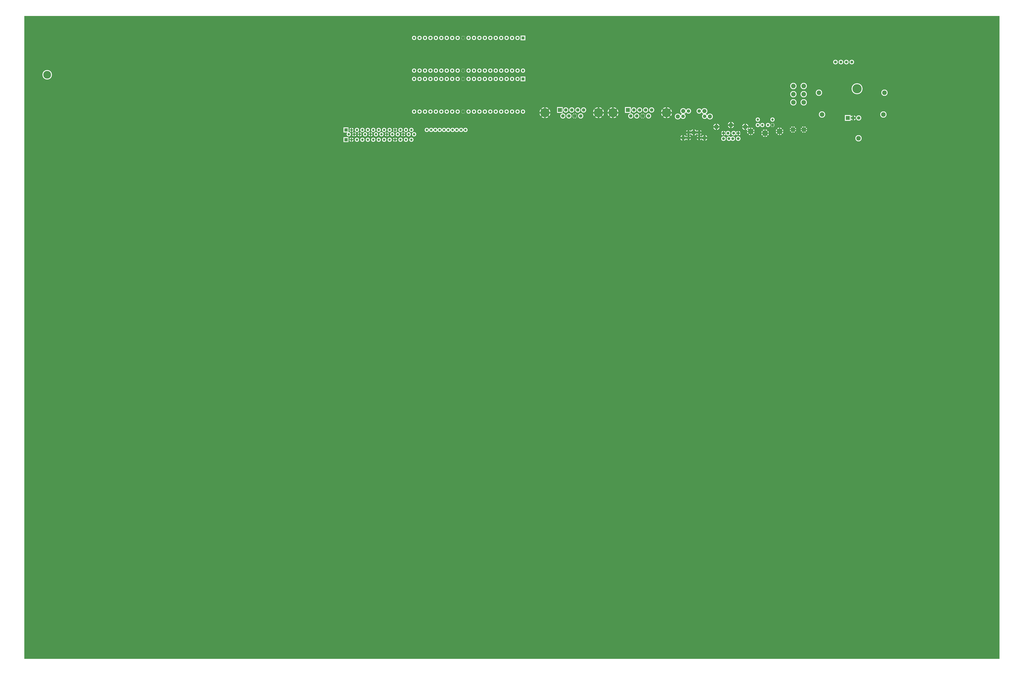
<source format=gbr>
%FSLAX34Y34*%
%MOMM*%
%LNCOPPER_INNER1*%
G71*
G01*
%ADD10C,2.420*%
%ADD11C,1.970*%
%ADD12C,2.419*%
%ADD13C,5.119*%
%ADD14C,2.421*%
%ADD15C,2.958*%
%ADD16C,2.960*%
%ADD17C,2.959*%
%ADD18C,1.967*%
%ADD19C,1.966*%
%ADD20C,3.498*%
%ADD21C,3.500*%
%ADD22C,2.743*%
%ADD23C,2.139*%
%ADD24C,5.119*%
%ADD25C,2.960*%
%ADD26C,2.959*%
%ADD27C,2.138*%
%ADD28C,2.140*%
%ADD29C,4.450*%
%ADD30C,2.960*%
%ADD31C,0.734*%
%ADD32C,0.495*%
%ADD33C,0.720*%
%ADD34C,0.502*%
%ADD35C,0.518*%
%ADD36C,0.350*%
%ADD37C,0.504*%
%ADD38C,0.495*%
%ADD39C,1.004*%
%ADD40C,0.998*%
%ADD41C,0.993*%
%ADD42C,1.001*%
%ADD43C,0.997*%
%ADD44C,0.720*%
%ADD45C,0.446*%
%ADD46C,0.446*%
%ADD47C,0.389*%
%ADD48C,1.620*%
%ADD49C,1.170*%
%ADD50C,1.619*%
%ADD51C,4.319*%
%ADD52C,1.621*%
%ADD53C,2.158*%
%ADD54C,2.160*%
%ADD55C,2.159*%
%ADD56C,1.167*%
%ADD57C,1.166*%
%ADD58C,2.698*%
%ADD59C,2.700*%
%ADD60C,1.943*%
%ADD61C,1.339*%
%ADD62C,4.319*%
%ADD63C,2.160*%
%ADD64C,2.159*%
%ADD65C,1.338*%
%ADD66C,1.340*%
%ADD67C,3.650*%
%ADD68C,2.160*%
%LPD*%
G36*
X0Y0D02*
X4550000Y0D01*
X4550000Y-3000012D01*
X0Y-3000012D01*
X0Y0D01*
G37*
%LPC*%
G36*
X3828182Y-462367D02*
X3855182Y-462367D01*
X3855182Y-489367D01*
X3828182Y-489367D01*
X3828182Y-462367D01*
G37*
X3892482Y-475867D02*
G54D10*
D03*
X3867078Y-475867D02*
G54D10*
D03*
X1818334Y-102638D02*
G54D11*
D03*
X1843736Y-102626D02*
G54D11*
D03*
X1869139Y-102626D02*
G54D11*
D03*
X1894523Y-102626D02*
G54D11*
D03*
X1919949Y-102638D02*
G54D11*
D03*
X1945351Y-102626D02*
G54D11*
D03*
X1970754Y-102626D02*
G54D11*
D03*
X1996138Y-102626D02*
G54D11*
D03*
X2021564Y-102638D02*
G54D11*
D03*
X2072348Y-102626D02*
G54D11*
D03*
X2097750Y-102614D02*
G54D11*
D03*
X2123162Y-102614D02*
G54D11*
D03*
X2148553Y-102614D02*
G54D11*
D03*
X2173988Y-102626D02*
G54D11*
D03*
X2199398Y-102614D02*
G54D11*
D03*
X2224808Y-102614D02*
G54D11*
D03*
X2250200Y-102614D02*
G54D11*
D03*
X2275634Y-102626D02*
G54D11*
D03*
X2046948Y-102626D02*
G54D11*
D03*
X2301036Y-102626D02*
G54D11*
D03*
G36*
X2315623Y-91788D02*
X2337323Y-91788D01*
X2337323Y-113488D01*
X2315623Y-113488D01*
X2315623Y-91788D01*
G37*
X1818334Y-255038D02*
G54D11*
D03*
X1843736Y-255026D02*
G54D11*
D03*
X1869139Y-255026D02*
G54D11*
D03*
X1894523Y-255026D02*
G54D11*
D03*
X1919949Y-255038D02*
G54D11*
D03*
X1945351Y-255026D02*
G54D11*
D03*
X1970754Y-255026D02*
G54D11*
D03*
X1996138Y-255026D02*
G54D11*
D03*
X2021564Y-255038D02*
G54D11*
D03*
X2072348Y-255026D02*
G54D11*
D03*
X2097750Y-255014D02*
G54D11*
D03*
X2123162Y-255014D02*
G54D11*
D03*
X2148553Y-255014D02*
G54D11*
D03*
X2173988Y-255026D02*
G54D11*
D03*
X2199398Y-255014D02*
G54D11*
D03*
X2224808Y-255014D02*
G54D11*
D03*
X2250200Y-255014D02*
G54D11*
D03*
X2275634Y-255026D02*
G54D11*
D03*
X2046948Y-255026D02*
G54D11*
D03*
X2301036Y-255026D02*
G54D11*
D03*
X2326473Y-255064D02*
G54D11*
D03*
X1818338Y-293485D02*
G54D11*
D03*
X1843741Y-293472D02*
G54D11*
D03*
X1869144Y-293473D02*
G54D11*
D03*
X1894527Y-293473D02*
G54D11*
D03*
X1919954Y-293485D02*
G54D11*
D03*
X1945356Y-293472D02*
G54D11*
D03*
X1970759Y-293473D02*
G54D11*
D03*
X1996142Y-293473D02*
G54D11*
D03*
X2021569Y-293485D02*
G54D11*
D03*
X2072353Y-293473D02*
G54D11*
D03*
X2097755Y-293460D02*
G54D11*
D03*
X2123166Y-293461D02*
G54D11*
D03*
X2148558Y-293461D02*
G54D11*
D03*
X2173992Y-293473D02*
G54D11*
D03*
X2199402Y-293460D02*
G54D11*
D03*
X2224813Y-293461D02*
G54D11*
D03*
X2250205Y-293461D02*
G54D11*
D03*
X2275640Y-293473D02*
G54D11*
D03*
X2046952Y-293472D02*
G54D11*
D03*
X2301041Y-293473D02*
G54D11*
D03*
G36*
X2315628Y-282635D02*
X2337328Y-282635D01*
X2337328Y-304335D01*
X2315628Y-304335D01*
X2315628Y-282635D01*
G37*
X1818338Y-445908D02*
G54D11*
D03*
X1843740Y-445895D02*
G54D11*
D03*
X1869144Y-445896D02*
G54D11*
D03*
X1894527Y-445896D02*
G54D11*
D03*
X1919954Y-445908D02*
G54D11*
D03*
X1945356Y-445895D02*
G54D11*
D03*
X1970758Y-445896D02*
G54D11*
D03*
X1996142Y-445896D02*
G54D11*
D03*
X2021568Y-445908D02*
G54D11*
D03*
X2072352Y-445896D02*
G54D11*
D03*
X2097755Y-445883D02*
G54D11*
D03*
X2123166Y-445884D02*
G54D11*
D03*
X2148558Y-445884D02*
G54D11*
D03*
X2173992Y-445896D02*
G54D11*
D03*
X2199402Y-445883D02*
G54D11*
D03*
X2224813Y-445884D02*
G54D11*
D03*
X2250204Y-445884D02*
G54D11*
D03*
X2275639Y-445896D02*
G54D11*
D03*
X2046952Y-445896D02*
G54D11*
D03*
X2301041Y-445896D02*
G54D11*
D03*
X2326478Y-445934D02*
G54D11*
D03*
X2512568Y-466727D02*
G54D12*
D03*
X2678959Y-451493D02*
G54D13*
D03*
X2540254Y-466727D02*
G54D12*
D03*
X2567689Y-466727D02*
G54D12*
D03*
X2595390Y-466727D02*
G54D12*
D03*
X2526287Y-438278D02*
G54D14*
D03*
X2428990Y-451493D02*
G54D13*
D03*
X2609354Y-438278D02*
G54D14*
D03*
X2581662Y-438278D02*
G54D14*
D03*
X2553975Y-438278D02*
G54D14*
D03*
G36*
X2485095Y-451778D02*
X2485095Y-424778D01*
X2512095Y-424778D01*
X2512095Y-451778D01*
X2485095Y-451778D01*
G37*
X3635760Y-365064D02*
G54D15*
D03*
X3635760Y-403168D02*
G54D15*
D03*
X3637034Y-530192D02*
G54D16*
D03*
X3587492Y-326960D02*
G54D17*
D03*
X3587492Y-365064D02*
G54D17*
D03*
X3587492Y-403168D02*
G54D17*
D03*
X3586226Y-530191D02*
G54D16*
D03*
X3635760Y-326960D02*
G54D15*
D03*
X3422056Y-483700D02*
G54D18*
D03*
X3422056Y-508595D02*
G54D19*
D03*
X3443142Y-508594D02*
G54D19*
D03*
X3469048Y-508594D02*
G54D19*
D03*
X3490132Y-508594D02*
G54D19*
D03*
X3523411Y-538828D02*
G54D20*
D03*
X3456094Y-546951D02*
G54D21*
D03*
X3388772Y-538828D02*
G54D20*
D03*
X3490132Y-483700D02*
G54D18*
D03*
X3173411Y-568543D02*
G54D22*
D03*
X3173246Y-443809D02*
G54D22*
D03*
X3198395Y-468711D02*
G54D22*
D03*
X3148352Y-568545D02*
G54D12*
D03*
X3148351Y-543649D02*
G54D12*
D03*
X3123450Y-543650D02*
G54D16*
D03*
X3073669Y-568543D02*
G54D22*
D03*
X3098561Y-568545D02*
G54D12*
D03*
X3098562Y-543649D02*
G54D12*
D03*
X3073669Y-443809D02*
G54D22*
D03*
X3048521Y-468712D02*
G54D22*
D03*
X3173500Y-468456D02*
G54D12*
D03*
X3148353Y-443556D02*
G54D12*
D03*
X3098561Y-443556D02*
G54D12*
D03*
X3073414Y-468456D02*
G54D12*
D03*
X3783878Y-215183D02*
G54D23*
D03*
X3885220Y-339130D02*
G54D24*
D03*
X3721898Y-459570D02*
G54D25*
D03*
X4012513Y-357953D02*
G54D26*
D03*
X3707664Y-357953D02*
G54D25*
D03*
X3891838Y-570833D02*
G54D26*
D03*
X3809282Y-215184D02*
G54D27*
D03*
X3834684Y-215184D02*
G54D28*
D03*
X3860089Y-215184D02*
G54D27*
D03*
X4007690Y-459569D02*
G54D26*
D03*
X2829625Y-466727D02*
G54D12*
D03*
X2996015Y-451493D02*
G54D13*
D03*
X2857311Y-466727D02*
G54D12*
D03*
X2884745Y-466727D02*
G54D12*
D03*
X2912447Y-466727D02*
G54D12*
D03*
X2843343Y-438278D02*
G54D14*
D03*
X2746046Y-451493D02*
G54D13*
D03*
X2926410Y-438278D02*
G54D14*
D03*
X2898718Y-438278D02*
G54D14*
D03*
X2871032Y-438278D02*
G54D14*
D03*
G36*
X2802151Y-451778D02*
X2802151Y-424778D01*
X2829151Y-424778D01*
X2829151Y-451778D01*
X2802151Y-451778D01*
G37*
X106759Y-274638D02*
G54D29*
D03*
X3363686Y-517051D02*
G54D30*
D03*
X3283408Y-546721D02*
G54D23*
D03*
X3262314Y-546721D02*
G54D27*
D03*
X3262314Y-572127D02*
G54D27*
D03*
X3296356Y-509054D02*
G54D30*
D03*
X3309316Y-546721D02*
G54D23*
D03*
X3330398Y-546721D02*
G54D23*
D03*
X3330398Y-572127D02*
G54D23*
D03*
X3229038Y-517051D02*
G54D30*
D03*
X3305248Y-572127D02*
G54D28*
D03*
X3287466Y-572127D02*
G54D27*
D03*
X1997728Y-531416D02*
G54D18*
D03*
X1897765Y-531416D02*
G54D18*
D03*
X1877776Y-531416D02*
G54D19*
D03*
X2017716Y-531416D02*
G54D19*
D03*
X2037713Y-531416D02*
G54D19*
D03*
X2057707Y-531416D02*
G54D19*
D03*
X1917753Y-531416D02*
G54D19*
D03*
X1937748Y-531416D02*
G54D19*
D03*
X1957743Y-531416D02*
G54D19*
D03*
X1977739Y-531416D02*
G54D19*
D03*
X1614854Y-551688D02*
G54D19*
D03*
X1818080Y-551688D02*
G54D19*
D03*
X1792681Y-551688D02*
G54D19*
D03*
X1767272Y-551688D02*
G54D19*
D03*
X1779976Y-531623D02*
G54D19*
D03*
X1805382Y-531623D02*
G54D19*
D03*
X1754574Y-577099D02*
G54D19*
D03*
X1754574Y-531622D02*
G54D19*
D03*
X1538642Y-551688D02*
G54D19*
D03*
X1513242Y-551688D02*
G54D19*
D03*
X1525936Y-577099D02*
G54D19*
D03*
X1779976Y-577099D02*
G54D19*
D03*
X1805381Y-577099D02*
G54D19*
D03*
X1627552Y-531623D02*
G54D19*
D03*
X1652964Y-531623D02*
G54D19*
D03*
X1678360Y-531623D02*
G54D19*
D03*
X1703771Y-531623D02*
G54D19*
D03*
X1729168Y-531623D02*
G54D19*
D03*
X1551347Y-531623D02*
G54D19*
D03*
X1576742Y-531623D02*
G54D19*
D03*
X1602156Y-531623D02*
G54D19*
D03*
X1525936Y-531623D02*
G54D19*
D03*
X1703772Y-577099D02*
G54D19*
D03*
X1729168Y-577099D02*
G54D19*
D03*
X1741875Y-551688D02*
G54D19*
D03*
X1691066Y-551688D02*
G54D19*
D03*
X1716464Y-551688D02*
G54D19*
D03*
X1678360Y-577099D02*
G54D19*
D03*
X1627551Y-577099D02*
G54D19*
D03*
X1652964Y-577099D02*
G54D19*
D03*
X1640258Y-551688D02*
G54D19*
D03*
X1665662Y-551688D02*
G54D19*
D03*
X1602156Y-577099D02*
G54D19*
D03*
X1576742Y-577099D02*
G54D19*
D03*
X1551348Y-577099D02*
G54D19*
D03*
X1564052Y-551688D02*
G54D19*
D03*
X1589450Y-551688D02*
G54D19*
D03*
G36*
X1488938Y-543223D02*
X1488938Y-520023D01*
X1512138Y-520023D01*
X1512138Y-543223D01*
X1488938Y-543223D01*
G37*
G36*
X1488937Y-588699D02*
X1488937Y-565499D01*
X1512137Y-565499D01*
X1512137Y-588699D01*
X1488937Y-588699D01*
G37*
%LPD*%
G54D31*
G36*
X3863406Y-475867D02*
X3863406Y-463267D01*
X3870750Y-463267D01*
X3870750Y-475867D01*
X3863406Y-475867D01*
G37*
G36*
X3867078Y-472195D02*
X3879678Y-472195D01*
X3879678Y-479539D01*
X3867078Y-479539D01*
X3867078Y-472195D01*
G37*
G36*
X3870750Y-475867D02*
X3870750Y-488467D01*
X3863406Y-488467D01*
X3863406Y-475867D01*
X3870750Y-475867D01*
G37*
G36*
X3867078Y-479539D02*
X3854478Y-479539D01*
X3854478Y-472195D01*
X3867078Y-472195D01*
X3867078Y-479539D01*
G37*
G54D32*
G36*
X2044472Y-102626D02*
X2044472Y-92276D01*
X2049424Y-92276D01*
X2049424Y-102626D01*
X2044472Y-102626D01*
G37*
G36*
X2045197Y-100875D02*
X2052515Y-93556D01*
X2056018Y-97058D01*
X2048699Y-104377D01*
X2045197Y-100875D01*
G37*
G36*
X2046948Y-100150D02*
X2057298Y-100150D01*
X2057298Y-105102D01*
X2046948Y-105102D01*
X2046948Y-100150D01*
G37*
G36*
X2048699Y-100875D02*
X2056018Y-108194D01*
X2052515Y-111696D01*
X2045197Y-104377D01*
X2048699Y-100875D01*
G37*
G36*
X2049424Y-102626D02*
X2049424Y-112976D01*
X2044472Y-112976D01*
X2044472Y-102626D01*
X2049424Y-102626D01*
G37*
G36*
X2048699Y-104377D02*
X2041381Y-111696D01*
X2037878Y-108194D01*
X2045197Y-100875D01*
X2048699Y-104377D01*
G37*
G36*
X2046948Y-105102D02*
X2036598Y-105102D01*
X2036598Y-100150D01*
X2046948Y-100150D01*
X2046948Y-105102D01*
G37*
G36*
X2045197Y-104377D02*
X2037878Y-97058D01*
X2041381Y-93556D01*
X2048699Y-100875D01*
X2045197Y-104377D01*
G37*
G54D32*
G36*
X2044472Y-255026D02*
X2044472Y-244676D01*
X2049424Y-244676D01*
X2049424Y-255026D01*
X2044472Y-255026D01*
G37*
G36*
X2045197Y-253275D02*
X2052515Y-245956D01*
X2056018Y-249458D01*
X2048699Y-256777D01*
X2045197Y-253275D01*
G37*
G36*
X2046948Y-252550D02*
X2057298Y-252550D01*
X2057298Y-257502D01*
X2046948Y-257502D01*
X2046948Y-252550D01*
G37*
G36*
X2048699Y-253275D02*
X2056018Y-260594D01*
X2052515Y-264096D01*
X2045197Y-256777D01*
X2048699Y-253275D01*
G37*
G36*
X2049424Y-255026D02*
X2049424Y-265376D01*
X2044472Y-265376D01*
X2044472Y-255026D01*
X2049424Y-255026D01*
G37*
G36*
X2048699Y-256777D02*
X2041381Y-264096D01*
X2037878Y-260594D01*
X2045197Y-253275D01*
X2048699Y-256777D01*
G37*
G36*
X2046948Y-257502D02*
X2036598Y-257502D01*
X2036598Y-252550D01*
X2046948Y-252550D01*
X2046948Y-257502D01*
G37*
G36*
X2045197Y-256777D02*
X2037878Y-249458D01*
X2041381Y-245956D01*
X2048699Y-253275D01*
X2045197Y-256777D01*
G37*
G54D32*
G36*
X2044476Y-293472D02*
X2044476Y-283122D01*
X2049429Y-283122D01*
X2049429Y-293472D01*
X2044476Y-293472D01*
G37*
G36*
X2045201Y-291721D02*
X2052520Y-284403D01*
X2056022Y-287905D01*
X2048704Y-295224D01*
X2045201Y-291721D01*
G37*
G36*
X2046952Y-290996D02*
X2057302Y-290996D01*
X2057302Y-295949D01*
X2046952Y-295949D01*
X2046952Y-290996D01*
G37*
G36*
X2048704Y-291721D02*
X2056022Y-299040D01*
X2052520Y-302542D01*
X2045201Y-295224D01*
X2048704Y-291721D01*
G37*
G36*
X2049429Y-293472D02*
X2049429Y-303822D01*
X2044476Y-303822D01*
X2044476Y-293472D01*
X2049429Y-293472D01*
G37*
G36*
X2048704Y-295224D02*
X2041385Y-302542D01*
X2037883Y-299040D01*
X2045201Y-291721D01*
X2048704Y-295224D01*
G37*
G36*
X2046952Y-295949D02*
X2036602Y-295949D01*
X2036602Y-290996D01*
X2046952Y-290996D01*
X2046952Y-295949D01*
G37*
G36*
X2045201Y-295224D02*
X2037883Y-287905D01*
X2041385Y-284403D01*
X2048704Y-291721D01*
X2045201Y-295224D01*
G37*
G54D32*
G36*
X2044476Y-445896D02*
X2044476Y-435546D01*
X2049429Y-435546D01*
X2049429Y-445896D01*
X2044476Y-445896D01*
G37*
G36*
X2045201Y-444144D02*
X2052520Y-436826D01*
X2056022Y-440328D01*
X2048704Y-447647D01*
X2045201Y-444144D01*
G37*
G36*
X2046952Y-443419D02*
X2057302Y-443419D01*
X2057302Y-448372D01*
X2046952Y-448372D01*
X2046952Y-443419D01*
G37*
G36*
X2048704Y-444144D02*
X2056022Y-451463D01*
X2052520Y-454965D01*
X2045201Y-447647D01*
X2048704Y-444144D01*
G37*
G36*
X2049429Y-445896D02*
X2049429Y-456246D01*
X2044476Y-456246D01*
X2044476Y-445896D01*
X2049429Y-445896D01*
G37*
G36*
X2048704Y-447647D02*
X2041385Y-454965D01*
X2037883Y-451463D01*
X2045201Y-444144D01*
X2048704Y-447647D01*
G37*
G36*
X2046952Y-448372D02*
X2036602Y-448372D01*
X2036602Y-443419D01*
X2046952Y-443419D01*
X2046952Y-448372D01*
G37*
G36*
X2045201Y-447647D02*
X2037883Y-440328D01*
X2041385Y-436826D01*
X2048704Y-444144D01*
X2045201Y-447647D01*
G37*
G54D33*
G36*
X2678959Y-455092D02*
X2652864Y-455092D01*
X2652864Y-447894D01*
X2678959Y-447894D01*
X2678959Y-455092D01*
G37*
G36*
X2676414Y-454038D02*
X2657962Y-435586D01*
X2663052Y-430496D01*
X2681504Y-448948D01*
X2676414Y-454038D01*
G37*
G36*
X2675360Y-451493D02*
X2675360Y-425398D01*
X2682558Y-425398D01*
X2682558Y-451493D01*
X2675360Y-451493D01*
G37*
G36*
X2676414Y-448948D02*
X2694866Y-430496D01*
X2699956Y-435586D01*
X2681504Y-454038D01*
X2676414Y-448948D01*
G37*
G36*
X2678959Y-447894D02*
X2705054Y-447894D01*
X2705054Y-455092D01*
X2678959Y-455092D01*
X2678959Y-447894D01*
G37*
G36*
X2681504Y-448948D02*
X2699956Y-467400D01*
X2694866Y-472490D01*
X2676414Y-454038D01*
X2681504Y-448948D01*
G37*
G36*
X2682558Y-451493D02*
X2682558Y-477588D01*
X2675360Y-477588D01*
X2675360Y-451493D01*
X2682558Y-451493D01*
G37*
G36*
X2681504Y-454038D02*
X2663052Y-472490D01*
X2657962Y-467400D01*
X2676414Y-448948D01*
X2681504Y-454038D01*
G37*
G54D34*
G36*
X2567689Y-469236D02*
X2555094Y-469236D01*
X2555094Y-464218D01*
X2567689Y-464218D01*
X2567689Y-469236D01*
G37*
G36*
X2565915Y-468502D02*
X2557009Y-459596D01*
X2560558Y-456046D01*
X2569464Y-464952D01*
X2565915Y-468502D01*
G37*
G36*
X2565180Y-466727D02*
X2565180Y-454132D01*
X2570199Y-454132D01*
X2570199Y-466727D01*
X2565180Y-466727D01*
G37*
G36*
X2565915Y-464952D02*
X2574821Y-456046D01*
X2578370Y-459596D01*
X2569464Y-468502D01*
X2565915Y-464952D01*
G37*
G36*
X2567689Y-464218D02*
X2580284Y-464218D01*
X2580284Y-469236D01*
X2567689Y-469236D01*
X2567689Y-464218D01*
G37*
G36*
X2569464Y-464952D02*
X2578370Y-473858D01*
X2574821Y-477408D01*
X2565915Y-468502D01*
X2569464Y-464952D01*
G37*
G36*
X2570199Y-466727D02*
X2570199Y-479322D01*
X2565180Y-479322D01*
X2565180Y-466727D01*
X2570199Y-466727D01*
G37*
G36*
X2569464Y-468502D02*
X2560558Y-477408D01*
X2557009Y-473858D01*
X2565915Y-464952D01*
X2569464Y-468502D01*
G37*
G54D33*
G36*
X2428990Y-455092D02*
X2402895Y-455092D01*
X2402895Y-447894D01*
X2428990Y-447894D01*
X2428990Y-455092D01*
G37*
G36*
X2426445Y-454038D02*
X2407993Y-435586D01*
X2413083Y-430496D01*
X2431535Y-448948D01*
X2426445Y-454038D01*
G37*
G36*
X2425390Y-451493D02*
X2425390Y-425398D01*
X2432589Y-425398D01*
X2432589Y-451493D01*
X2425390Y-451493D01*
G37*
G36*
X2426445Y-448948D02*
X2444897Y-430496D01*
X2449987Y-435586D01*
X2431535Y-454038D01*
X2426445Y-448948D01*
G37*
G36*
X2428990Y-447894D02*
X2455085Y-447894D01*
X2455085Y-455092D01*
X2428990Y-455092D01*
X2428990Y-447894D01*
G37*
G36*
X2431535Y-448948D02*
X2449987Y-467400D01*
X2444897Y-472490D01*
X2426445Y-454038D01*
X2431535Y-448948D01*
G37*
G36*
X2432589Y-451493D02*
X2432589Y-477588D01*
X2425390Y-477588D01*
X2425390Y-451493D01*
X2432589Y-451493D01*
G37*
G36*
X2431535Y-454038D02*
X2413083Y-472490D01*
X2407993Y-467400D01*
X2426445Y-448948D01*
X2431535Y-454038D01*
G37*
G54D35*
G36*
X3639626Y-530192D02*
X3639626Y-545492D01*
X3634442Y-545492D01*
X3634442Y-530192D01*
X3639626Y-530192D01*
G37*
G36*
X3638867Y-532025D02*
X3628048Y-542844D01*
X3624383Y-539178D01*
X3635202Y-528359D01*
X3638867Y-532025D01*
G37*
G36*
X3637034Y-532784D02*
X3621734Y-532784D01*
X3621734Y-527600D01*
X3637034Y-527600D01*
X3637034Y-532784D01*
G37*
G36*
X3635202Y-532025D02*
X3624383Y-521206D01*
X3628048Y-517540D01*
X3638867Y-528359D01*
X3635202Y-532025D01*
G37*
G36*
X3634442Y-530192D02*
X3634442Y-514892D01*
X3639626Y-514892D01*
X3639626Y-530192D01*
X3634442Y-530192D01*
G37*
G36*
X3635202Y-528359D02*
X3646020Y-517540D01*
X3649686Y-521206D01*
X3638867Y-532025D01*
X3635202Y-528359D01*
G37*
G36*
X3637034Y-527600D02*
X3652334Y-527600D01*
X3652334Y-532784D01*
X3637034Y-532784D01*
X3637034Y-527600D01*
G37*
G36*
X3638867Y-528359D02*
X3649686Y-539178D01*
X3646020Y-542844D01*
X3635202Y-532025D01*
X3638867Y-528359D01*
G37*
G54D35*
G36*
X3588818Y-530191D02*
X3588818Y-545491D01*
X3583634Y-545491D01*
X3583634Y-530191D01*
X3588818Y-530191D01*
G37*
G36*
X3588059Y-532024D02*
X3577240Y-542843D01*
X3573574Y-539177D01*
X3584393Y-528358D01*
X3588059Y-532024D01*
G37*
G36*
X3586226Y-532783D02*
X3570926Y-532783D01*
X3570926Y-527599D01*
X3586226Y-527599D01*
X3586226Y-532783D01*
G37*
G36*
X3584393Y-532024D02*
X3573574Y-521205D01*
X3577240Y-517540D01*
X3588059Y-528358D01*
X3584393Y-532024D01*
G37*
G36*
X3583634Y-530191D02*
X3583634Y-514891D01*
X3588818Y-514891D01*
X3588818Y-530191D01*
X3583634Y-530191D01*
G37*
G36*
X3584393Y-528358D02*
X3595212Y-517540D01*
X3598878Y-521205D01*
X3588059Y-532024D01*
X3584393Y-528358D01*
G37*
G36*
X3586226Y-527599D02*
X3601526Y-527599D01*
X3601526Y-532783D01*
X3586226Y-532783D01*
X3586226Y-527599D01*
G37*
G36*
X3588059Y-528358D02*
X3598878Y-539177D01*
X3595212Y-542843D01*
X3584393Y-532024D01*
X3588059Y-528358D01*
G37*
G54D36*
G36*
X3490132Y-510344D02*
X3479802Y-510344D01*
X3479802Y-506846D01*
X3490132Y-506846D01*
X3490132Y-510344D01*
G37*
G36*
X3488895Y-509831D02*
X3481590Y-502527D01*
X3484064Y-500053D01*
X3491368Y-507358D01*
X3488895Y-509831D01*
G37*
G36*
X3488382Y-508594D02*
X3488382Y-498264D01*
X3491880Y-498264D01*
X3491880Y-508594D01*
X3488382Y-508594D01*
G37*
G36*
X3488895Y-507358D02*
X3496199Y-500053D01*
X3498673Y-502527D01*
X3491368Y-509831D01*
X3488895Y-507358D01*
G37*
G36*
X3490132Y-506846D02*
X3500462Y-506846D01*
X3500462Y-510344D01*
X3490132Y-510344D01*
X3490132Y-506846D01*
G37*
G36*
X3491368Y-507358D02*
X3498673Y-514662D01*
X3496199Y-517136D01*
X3488895Y-509831D01*
X3491368Y-507358D01*
G37*
G36*
X3491880Y-508594D02*
X3491880Y-518924D01*
X3488382Y-518924D01*
X3488382Y-508594D01*
X3491880Y-508594D01*
G37*
G36*
X3491368Y-509831D02*
X3484064Y-517136D01*
X3481590Y-514662D01*
X3488895Y-507358D01*
X3491368Y-509831D01*
G37*
G54D37*
G36*
X3523411Y-541346D02*
X3505421Y-541346D01*
X3505421Y-536309D01*
X3523411Y-536309D01*
X3523411Y-541346D01*
G37*
G36*
X3521630Y-540608D02*
X3508910Y-527887D01*
X3512471Y-524326D01*
X3525192Y-537047D01*
X3521630Y-540608D01*
G37*
G36*
X3520893Y-538828D02*
X3520893Y-520838D01*
X3525929Y-520838D01*
X3525929Y-538828D01*
X3520893Y-538828D01*
G37*
G36*
X3521630Y-537047D02*
X3534351Y-524326D01*
X3537912Y-527887D01*
X3525192Y-540608D01*
X3521630Y-537047D01*
G37*
G36*
X3523411Y-536309D02*
X3541401Y-536309D01*
X3541401Y-541346D01*
X3523411Y-541346D01*
X3523411Y-536309D01*
G37*
G36*
X3525192Y-537047D02*
X3537912Y-549768D01*
X3534351Y-553329D01*
X3521630Y-540608D01*
X3525192Y-537047D01*
G37*
G36*
X3525929Y-538828D02*
X3525929Y-556818D01*
X3520893Y-556818D01*
X3520893Y-538828D01*
X3525929Y-538828D01*
G37*
G36*
X3525192Y-540608D02*
X3512471Y-553329D01*
X3508910Y-549768D01*
X3521630Y-537047D01*
X3525192Y-540608D01*
G37*
G54D38*
G36*
X3456094Y-549426D02*
X3438094Y-549426D01*
X3438094Y-544476D01*
X3456094Y-544476D01*
X3456094Y-549426D01*
G37*
G36*
X3454344Y-548701D02*
X3441616Y-535973D01*
X3445117Y-532473D01*
X3457844Y-545201D01*
X3454344Y-548701D01*
G37*
G36*
X3453620Y-546951D02*
X3453620Y-528951D01*
X3458570Y-528951D01*
X3458570Y-546951D01*
X3453620Y-546951D01*
G37*
G36*
X3454344Y-545201D02*
X3467072Y-532473D01*
X3470572Y-535973D01*
X3457844Y-548701D01*
X3454344Y-545201D01*
G37*
G36*
X3456094Y-544476D02*
X3474094Y-544476D01*
X3474094Y-549426D01*
X3456094Y-549426D01*
X3456094Y-544476D01*
G37*
G36*
X3457844Y-545201D02*
X3470572Y-557929D01*
X3467072Y-561429D01*
X3454344Y-548701D01*
X3457844Y-545201D01*
G37*
G36*
X3458570Y-546951D02*
X3458570Y-564951D01*
X3453620Y-564951D01*
X3453620Y-546951D01*
X3458570Y-546951D01*
G37*
G36*
X3457844Y-548701D02*
X3445117Y-561429D01*
X3441616Y-557929D01*
X3454344Y-545201D01*
X3457844Y-548701D01*
G37*
G54D37*
G36*
X3388772Y-541346D02*
X3370782Y-541346D01*
X3370782Y-536309D01*
X3388772Y-536309D01*
X3388772Y-541346D01*
G37*
G36*
X3386991Y-540608D02*
X3374270Y-527887D01*
X3377832Y-524326D01*
X3390553Y-537047D01*
X3386991Y-540608D01*
G37*
G36*
X3386254Y-538828D02*
X3386254Y-520838D01*
X3391290Y-520838D01*
X3391290Y-538828D01*
X3386254Y-538828D01*
G37*
G36*
X3386991Y-537047D02*
X3399712Y-524326D01*
X3403274Y-527887D01*
X3390553Y-540608D01*
X3386991Y-537047D01*
G37*
G36*
X3388772Y-536309D02*
X3406762Y-536309D01*
X3406762Y-541346D01*
X3388772Y-541346D01*
X3388772Y-536309D01*
G37*
G36*
X3390553Y-537047D02*
X3403274Y-549768D01*
X3399712Y-553329D01*
X3386991Y-540608D01*
X3390553Y-537047D01*
G37*
G36*
X3391290Y-538828D02*
X3391290Y-556818D01*
X3386254Y-556818D01*
X3386254Y-538828D01*
X3391290Y-538828D01*
G37*
G36*
X3390553Y-540608D02*
X3377832Y-553329D01*
X3374270Y-549768D01*
X3386991Y-537047D01*
X3390553Y-540608D01*
G37*
G54D39*
G36*
X3178430Y-568543D02*
X3178430Y-582758D01*
X3168391Y-582758D01*
X3168391Y-568543D01*
X3178430Y-568543D01*
G37*
G36*
X3173411Y-573562D02*
X3159196Y-573562D01*
X3159196Y-563524D01*
X3173411Y-563524D01*
X3173411Y-573562D01*
G37*
G36*
X3168391Y-568543D02*
X3168391Y-554328D01*
X3178430Y-554328D01*
X3178430Y-568543D01*
X3168391Y-568543D01*
G37*
G36*
X3173411Y-563524D02*
X3187626Y-563524D01*
X3187626Y-573562D01*
X3173411Y-573562D01*
X3173411Y-563524D01*
G37*
G54D40*
G36*
X3153344Y-568545D02*
X3153344Y-581140D01*
X3143360Y-581140D01*
X3143360Y-568545D01*
X3153344Y-568545D01*
G37*
G36*
X3148352Y-573537D02*
X3135757Y-573537D01*
X3135757Y-563553D01*
X3148352Y-563553D01*
X3148352Y-573537D01*
G37*
G36*
X3143360Y-568545D02*
X3143360Y-555950D01*
X3153344Y-555950D01*
X3153344Y-568545D01*
X3143360Y-568545D01*
G37*
G36*
X3148352Y-563553D02*
X3160947Y-563553D01*
X3160947Y-573537D01*
X3148352Y-573537D01*
X3148352Y-563553D01*
G37*
G54D41*
G36*
X3153316Y-543649D02*
X3153316Y-556244D01*
X3143386Y-556244D01*
X3143386Y-543649D01*
X3153316Y-543649D01*
G37*
G36*
X3148351Y-548614D02*
X3135756Y-548614D01*
X3135756Y-538684D01*
X3148351Y-538684D01*
X3148351Y-548614D01*
G37*
G36*
X3143386Y-543649D02*
X3143386Y-531054D01*
X3153316Y-531054D01*
X3153316Y-543649D01*
X3143386Y-543649D01*
G37*
G36*
X3148351Y-538684D02*
X3160946Y-538684D01*
X3160946Y-548614D01*
X3148351Y-548614D01*
X3148351Y-538684D01*
G37*
G54D42*
G36*
X3128454Y-543650D02*
X3128454Y-558950D01*
X3118446Y-558950D01*
X3118446Y-543650D01*
X3128454Y-543650D01*
G37*
G36*
X3123450Y-548654D02*
X3108150Y-548654D01*
X3108150Y-538646D01*
X3123450Y-538646D01*
X3123450Y-548654D01*
G37*
G36*
X3118446Y-543650D02*
X3118446Y-528350D01*
X3128454Y-528350D01*
X3128454Y-543650D01*
X3118446Y-543650D01*
G37*
G36*
X3123450Y-538646D02*
X3138750Y-538646D01*
X3138750Y-548654D01*
X3123450Y-548654D01*
X3123450Y-538646D01*
G37*
G54D43*
G36*
X3078656Y-568543D02*
X3078656Y-582758D01*
X3068682Y-582758D01*
X3068682Y-568543D01*
X3078656Y-568543D01*
G37*
G36*
X3073669Y-573530D02*
X3059454Y-573530D01*
X3059454Y-563556D01*
X3073669Y-563556D01*
X3073669Y-573530D01*
G37*
G36*
X3068682Y-568543D02*
X3068682Y-554328D01*
X3078656Y-554328D01*
X3078656Y-568543D01*
X3068682Y-568543D01*
G37*
G36*
X3073669Y-563556D02*
X3087884Y-563556D01*
X3087884Y-573530D01*
X3073669Y-573530D01*
X3073669Y-563556D01*
G37*
G54D40*
G36*
X3103553Y-568545D02*
X3103553Y-581140D01*
X3093569Y-581140D01*
X3093569Y-568545D01*
X3103553Y-568545D01*
G37*
G36*
X3098561Y-573537D02*
X3085966Y-573537D01*
X3085966Y-563553D01*
X3098561Y-563553D01*
X3098561Y-573537D01*
G37*
G36*
X3093569Y-568545D02*
X3093569Y-555950D01*
X3103553Y-555950D01*
X3103553Y-568545D01*
X3093569Y-568545D01*
G37*
G36*
X3098561Y-563553D02*
X3111156Y-563553D01*
X3111156Y-573537D01*
X3098561Y-573537D01*
X3098561Y-563553D01*
G37*
G54D40*
G36*
X3103554Y-543649D02*
X3103554Y-556244D01*
X3093570Y-556244D01*
X3093570Y-543649D01*
X3103554Y-543649D01*
G37*
G36*
X3098562Y-548641D02*
X3085967Y-548641D01*
X3085967Y-538657D01*
X3098562Y-538657D01*
X3098562Y-548641D01*
G37*
G36*
X3093570Y-543649D02*
X3093570Y-531054D01*
X3103554Y-531054D01*
X3103554Y-543649D01*
X3093570Y-543649D01*
G37*
G36*
X3098562Y-538657D02*
X3111157Y-538657D01*
X3111157Y-548641D01*
X3098562Y-548641D01*
X3098562Y-538657D01*
G37*
G54D33*
G36*
X2996015Y-455092D02*
X2969920Y-455092D01*
X2969920Y-447894D01*
X2996015Y-447894D01*
X2996015Y-455092D01*
G37*
G36*
X2993470Y-454038D02*
X2975018Y-435586D01*
X2980108Y-430496D01*
X2998560Y-448948D01*
X2993470Y-454038D01*
G37*
G36*
X2992416Y-451493D02*
X2992416Y-425398D01*
X2999614Y-425398D01*
X2999614Y-451493D01*
X2992416Y-451493D01*
G37*
G36*
X2993470Y-448948D02*
X3011922Y-430496D01*
X3017012Y-435586D01*
X2998560Y-454038D01*
X2993470Y-448948D01*
G37*
G36*
X2996015Y-447894D02*
X3022110Y-447894D01*
X3022110Y-455092D01*
X2996015Y-455092D01*
X2996015Y-447894D01*
G37*
G36*
X2998560Y-448948D02*
X3017012Y-467400D01*
X3011922Y-472490D01*
X2993470Y-454038D01*
X2998560Y-448948D01*
G37*
G36*
X2999614Y-451493D02*
X2999614Y-477588D01*
X2992416Y-477588D01*
X2992416Y-451493D01*
X2999614Y-451493D01*
G37*
G36*
X2998560Y-454038D02*
X2980108Y-472490D01*
X2975018Y-467400D01*
X2993470Y-448948D01*
X2998560Y-454038D01*
G37*
G54D34*
G36*
X2884745Y-469237D02*
X2872150Y-469237D01*
X2872150Y-464218D01*
X2884745Y-464218D01*
X2884745Y-469237D01*
G37*
G36*
X2882971Y-468502D02*
X2874065Y-459596D01*
X2877614Y-456047D01*
X2886520Y-464953D01*
X2882971Y-468502D01*
G37*
G36*
X2882236Y-466727D02*
X2882236Y-454132D01*
X2887255Y-454132D01*
X2887255Y-466727D01*
X2882236Y-466727D01*
G37*
G36*
X2882971Y-464953D02*
X2891877Y-456047D01*
X2895426Y-459596D01*
X2886520Y-468502D01*
X2882971Y-464953D01*
G37*
G36*
X2884745Y-464218D02*
X2897340Y-464218D01*
X2897340Y-469237D01*
X2884745Y-469237D01*
X2884745Y-464218D01*
G37*
G36*
X2886520Y-464953D02*
X2895426Y-473859D01*
X2891877Y-477408D01*
X2882971Y-468502D01*
X2886520Y-464953D01*
G37*
G36*
X2887255Y-466727D02*
X2887255Y-479322D01*
X2882236Y-479322D01*
X2882236Y-466727D01*
X2887255Y-466727D01*
G37*
G36*
X2886520Y-468502D02*
X2877614Y-477408D01*
X2874065Y-473859D01*
X2882971Y-464953D01*
X2886520Y-468502D01*
G37*
G54D33*
G36*
X2746046Y-455092D02*
X2719951Y-455092D01*
X2719951Y-447894D01*
X2746046Y-447894D01*
X2746046Y-455092D01*
G37*
G36*
X2743501Y-454038D02*
X2725049Y-435586D01*
X2730139Y-430496D01*
X2748591Y-448948D01*
X2743501Y-454038D01*
G37*
G36*
X2742447Y-451493D02*
X2742447Y-425398D01*
X2749646Y-425398D01*
X2749646Y-451493D01*
X2742447Y-451493D01*
G37*
G36*
X2743501Y-448948D02*
X2761953Y-430496D01*
X2767043Y-435586D01*
X2748591Y-454038D01*
X2743501Y-448948D01*
G37*
G36*
X2746046Y-447894D02*
X2772141Y-447894D01*
X2772141Y-455092D01*
X2746046Y-455092D01*
X2746046Y-447894D01*
G37*
G36*
X2748591Y-448948D02*
X2767043Y-467400D01*
X2761953Y-472490D01*
X2743501Y-454038D01*
X2748591Y-448948D01*
G37*
G36*
X2749646Y-451493D02*
X2749646Y-477588D01*
X2742447Y-477588D01*
X2742447Y-451493D01*
X2749646Y-451493D01*
G37*
G36*
X2748591Y-454038D02*
X2730139Y-472490D01*
X2725049Y-467400D01*
X2743501Y-448948D01*
X2748591Y-454038D01*
G37*
G54D44*
G36*
X3360086Y-517051D02*
X3360086Y-501751D01*
X3367286Y-501751D01*
X3367286Y-517051D01*
X3360086Y-517051D01*
G37*
G36*
X3363686Y-513451D02*
X3378986Y-513451D01*
X3378986Y-520651D01*
X3363686Y-520651D01*
X3363686Y-513451D01*
G37*
G36*
X3367286Y-517051D02*
X3367286Y-532351D01*
X3360086Y-532351D01*
X3360086Y-517051D01*
X3367286Y-517051D01*
G37*
G36*
X3363686Y-520651D02*
X3348386Y-520651D01*
X3348386Y-513451D01*
X3363686Y-513451D01*
X3363686Y-520651D01*
G37*
G54D45*
G36*
X3260084Y-546721D02*
X3260084Y-535531D01*
X3264544Y-535531D01*
X3264544Y-546721D01*
X3260084Y-546721D01*
G37*
G36*
X3262314Y-544491D02*
X3273504Y-544491D01*
X3273504Y-548951D01*
X3262314Y-548951D01*
X3262314Y-544491D01*
G37*
G36*
X3264544Y-546721D02*
X3264544Y-557911D01*
X3260084Y-557911D01*
X3260084Y-546721D01*
X3264544Y-546721D01*
G37*
G36*
X3262314Y-548951D02*
X3251124Y-548951D01*
X3251124Y-544491D01*
X3262314Y-544491D01*
X3262314Y-548951D01*
G37*
G54D44*
G36*
X3292756Y-509054D02*
X3292756Y-493754D01*
X3299956Y-493754D01*
X3299956Y-509054D01*
X3292756Y-509054D01*
G37*
G36*
X3296356Y-505454D02*
X3311656Y-505454D01*
X3311656Y-512654D01*
X3296356Y-512654D01*
X3296356Y-505454D01*
G37*
G36*
X3299956Y-509054D02*
X3299956Y-524354D01*
X3292756Y-524354D01*
X3292756Y-509054D01*
X3299956Y-509054D01*
G37*
G36*
X3296356Y-512654D02*
X3281056Y-512654D01*
X3281056Y-505454D01*
X3296356Y-505454D01*
X3296356Y-512654D01*
G37*
G54D46*
G36*
X3328166Y-546721D02*
X3328166Y-535526D01*
X3332630Y-535526D01*
X3332630Y-546721D01*
X3328166Y-546721D01*
G37*
G36*
X3330398Y-544489D02*
X3341593Y-544489D01*
X3341593Y-548953D01*
X3330398Y-548953D01*
X3330398Y-544489D01*
G37*
G36*
X3332630Y-546721D02*
X3332630Y-557916D01*
X3328166Y-557916D01*
X3328166Y-546721D01*
X3332630Y-546721D01*
G37*
G36*
X3330398Y-548953D02*
X3319203Y-548953D01*
X3319203Y-544489D01*
X3330398Y-544489D01*
X3330398Y-548953D01*
G37*
G54D44*
G36*
X3225438Y-517051D02*
X3225438Y-501751D01*
X3232638Y-501751D01*
X3232638Y-517051D01*
X3225438Y-517051D01*
G37*
G36*
X3229038Y-513451D02*
X3244338Y-513451D01*
X3244338Y-520651D01*
X3229038Y-520651D01*
X3229038Y-513451D01*
G37*
G36*
X3232638Y-517051D02*
X3232638Y-532351D01*
X3225438Y-532351D01*
X3225438Y-517051D01*
X3232638Y-517051D01*
G37*
G36*
X3229038Y-520651D02*
X3213738Y-520651D01*
X3213738Y-513451D01*
X3229038Y-513451D01*
X3229038Y-520651D01*
G37*
G54D47*
G36*
X1614854Y-553632D02*
X1604524Y-553632D01*
X1604524Y-549744D01*
X1614854Y-549744D01*
X1614854Y-553632D01*
G37*
G36*
X1612910Y-551688D02*
X1612910Y-541358D01*
X1616797Y-541358D01*
X1616797Y-551688D01*
X1612910Y-551688D01*
G37*
G36*
X1614854Y-549744D02*
X1625184Y-549744D01*
X1625184Y-553632D01*
X1614854Y-553632D01*
X1614854Y-549744D01*
G37*
G36*
X1616797Y-551688D02*
X1616797Y-562018D01*
X1612910Y-562018D01*
X1612910Y-551688D01*
X1616797Y-551688D01*
G37*
G54D47*
G36*
X1767272Y-553632D02*
X1756942Y-553632D01*
X1756942Y-549744D01*
X1767272Y-549744D01*
X1767272Y-553632D01*
G37*
G36*
X1765328Y-551688D02*
X1765328Y-541358D01*
X1769215Y-541358D01*
X1769215Y-551688D01*
X1765328Y-551688D01*
G37*
G36*
X1767272Y-549744D02*
X1777602Y-549744D01*
X1777602Y-553632D01*
X1767272Y-553632D01*
X1767272Y-549744D01*
G37*
G36*
X1769215Y-551688D02*
X1769215Y-562018D01*
X1765328Y-562018D01*
X1765328Y-551688D01*
X1769215Y-551688D01*
G37*
G54D47*
G36*
X1538642Y-553632D02*
X1528312Y-553632D01*
X1528312Y-549744D01*
X1538642Y-549744D01*
X1538642Y-553632D01*
G37*
G36*
X1536698Y-551688D02*
X1536698Y-541358D01*
X1540585Y-541358D01*
X1540585Y-551688D01*
X1536698Y-551688D01*
G37*
G36*
X1538642Y-549744D02*
X1548972Y-549744D01*
X1548972Y-553632D01*
X1538642Y-553632D01*
X1538642Y-549744D01*
G37*
G36*
X1540585Y-551688D02*
X1540585Y-562018D01*
X1536698Y-562018D01*
X1536698Y-551688D01*
X1540585Y-551688D01*
G37*
G54D47*
G36*
X1525936Y-579042D02*
X1515606Y-579042D01*
X1515606Y-575156D01*
X1525936Y-575156D01*
X1525936Y-579042D01*
G37*
G36*
X1523993Y-577099D02*
X1523993Y-566769D01*
X1527880Y-566769D01*
X1527880Y-577099D01*
X1523993Y-577099D01*
G37*
G36*
X1525936Y-575156D02*
X1536266Y-575156D01*
X1536266Y-579042D01*
X1525936Y-579042D01*
X1525936Y-575156D01*
G37*
G36*
X1527880Y-577099D02*
X1527880Y-587429D01*
X1523993Y-587429D01*
X1523993Y-577099D01*
X1527880Y-577099D01*
G37*
G54D47*
G36*
X1729168Y-533566D02*
X1718838Y-533566D01*
X1718838Y-529680D01*
X1729168Y-529680D01*
X1729168Y-533566D01*
G37*
G36*
X1727224Y-531623D02*
X1727224Y-521293D01*
X1731111Y-521293D01*
X1731111Y-531623D01*
X1727224Y-531623D01*
G37*
G36*
X1729168Y-529680D02*
X1739498Y-529680D01*
X1739498Y-533566D01*
X1729168Y-533566D01*
X1729168Y-529680D01*
G37*
G36*
X1731111Y-531623D02*
X1731111Y-541953D01*
X1727224Y-541953D01*
X1727224Y-531623D01*
X1731111Y-531623D01*
G37*
G54D47*
G36*
X1525936Y-533566D02*
X1515606Y-533566D01*
X1515606Y-529680D01*
X1525936Y-529680D01*
X1525936Y-533566D01*
G37*
G36*
X1523993Y-531623D02*
X1523993Y-521293D01*
X1527880Y-521293D01*
X1527880Y-531623D01*
X1523993Y-531623D01*
G37*
G36*
X1525936Y-529680D02*
X1536266Y-529680D01*
X1536266Y-533566D01*
X1525936Y-533566D01*
X1525936Y-529680D01*
G37*
G36*
X1527880Y-531623D02*
X1527880Y-541953D01*
X1523993Y-541953D01*
X1523993Y-531623D01*
X1527880Y-531623D01*
G37*
G54D47*
G36*
X1729168Y-579042D02*
X1718838Y-579042D01*
X1718838Y-575156D01*
X1729168Y-575156D01*
X1729168Y-579042D01*
G37*
G36*
X1727224Y-577099D02*
X1727224Y-566769D01*
X1731111Y-566769D01*
X1731111Y-577099D01*
X1727224Y-577099D01*
G37*
G36*
X1729168Y-575156D02*
X1739498Y-575156D01*
X1739498Y-579042D01*
X1729168Y-579042D01*
X1729168Y-575156D01*
G37*
G36*
X1731111Y-577099D02*
X1731111Y-587429D01*
X1727224Y-587429D01*
X1727224Y-577099D01*
X1731111Y-577099D01*
G37*
G54D47*
G36*
X1691066Y-553632D02*
X1680736Y-553632D01*
X1680736Y-549744D01*
X1691066Y-549744D01*
X1691066Y-553632D01*
G37*
G36*
X1689123Y-551688D02*
X1689123Y-541358D01*
X1693010Y-541358D01*
X1693010Y-551688D01*
X1689123Y-551688D01*
G37*
G36*
X1691066Y-549744D02*
X1701396Y-549744D01*
X1701396Y-553632D01*
X1691066Y-553632D01*
X1691066Y-549744D01*
G37*
G36*
X1693010Y-551688D02*
X1693010Y-562018D01*
X1689123Y-562018D01*
X1689123Y-551688D01*
X1693010Y-551688D01*
G37*
G54D47*
G36*
X1564052Y-553632D02*
X1553722Y-553632D01*
X1553722Y-549744D01*
X1564052Y-549744D01*
X1564052Y-553632D01*
G37*
G36*
X1562108Y-551688D02*
X1562108Y-541358D01*
X1565995Y-541358D01*
X1565995Y-551688D01*
X1562108Y-551688D01*
G37*
G36*
X1564052Y-549744D02*
X1574382Y-549744D01*
X1574382Y-553632D01*
X1564052Y-553632D01*
X1564052Y-549744D01*
G37*
G36*
X1565995Y-551688D02*
X1565995Y-562018D01*
X1562108Y-562018D01*
X1562108Y-551688D01*
X1565995Y-551688D01*
G37*
G36*
X3832182Y-466367D02*
X3851182Y-466367D01*
X3851182Y-485367D01*
X3832182Y-485367D01*
X3832182Y-466367D01*
G37*
X3892482Y-475867D02*
G54D48*
D03*
X3867078Y-475867D02*
G54D48*
D03*
X1818334Y-102638D02*
G54D49*
D03*
X1843736Y-102626D02*
G54D49*
D03*
X1869139Y-102626D02*
G54D49*
D03*
X1894523Y-102626D02*
G54D49*
D03*
X1919949Y-102638D02*
G54D49*
D03*
X1945351Y-102626D02*
G54D49*
D03*
X1970754Y-102626D02*
G54D49*
D03*
X1996138Y-102626D02*
G54D49*
D03*
X2021564Y-102638D02*
G54D49*
D03*
X2072348Y-102626D02*
G54D49*
D03*
X2097750Y-102614D02*
G54D49*
D03*
X2123162Y-102614D02*
G54D49*
D03*
X2148553Y-102614D02*
G54D49*
D03*
X2173988Y-102626D02*
G54D49*
D03*
X2199398Y-102614D02*
G54D49*
D03*
X2224808Y-102614D02*
G54D49*
D03*
X2250200Y-102614D02*
G54D49*
D03*
X2275634Y-102626D02*
G54D49*
D03*
X2046948Y-102626D02*
G54D49*
D03*
X2301036Y-102626D02*
G54D49*
D03*
G36*
X2319623Y-95788D02*
X2333323Y-95788D01*
X2333323Y-109488D01*
X2319623Y-109488D01*
X2319623Y-95788D01*
G37*
X1818334Y-255038D02*
G54D49*
D03*
X1843736Y-255026D02*
G54D49*
D03*
X1869139Y-255026D02*
G54D49*
D03*
X1894523Y-255026D02*
G54D49*
D03*
X1919949Y-255038D02*
G54D49*
D03*
X1945351Y-255026D02*
G54D49*
D03*
X1970754Y-255026D02*
G54D49*
D03*
X1996138Y-255026D02*
G54D49*
D03*
X2021564Y-255038D02*
G54D49*
D03*
X2072348Y-255026D02*
G54D49*
D03*
X2097750Y-255014D02*
G54D49*
D03*
X2123162Y-255014D02*
G54D49*
D03*
X2148553Y-255014D02*
G54D49*
D03*
X2173988Y-255026D02*
G54D49*
D03*
X2199398Y-255014D02*
G54D49*
D03*
X2224808Y-255014D02*
G54D49*
D03*
X2250200Y-255014D02*
G54D49*
D03*
X2275634Y-255026D02*
G54D49*
D03*
X2046948Y-255026D02*
G54D49*
D03*
X2301036Y-255026D02*
G54D49*
D03*
X2326473Y-255064D02*
G54D49*
D03*
X1818338Y-293485D02*
G54D49*
D03*
X1843741Y-293472D02*
G54D49*
D03*
X1869144Y-293473D02*
G54D49*
D03*
X1894527Y-293473D02*
G54D49*
D03*
X1919954Y-293485D02*
G54D49*
D03*
X1945356Y-293472D02*
G54D49*
D03*
X1970759Y-293473D02*
G54D49*
D03*
X1996142Y-293473D02*
G54D49*
D03*
X2021569Y-293485D02*
G54D49*
D03*
X2072353Y-293473D02*
G54D49*
D03*
X2097755Y-293460D02*
G54D49*
D03*
X2123166Y-293461D02*
G54D49*
D03*
X2148558Y-293461D02*
G54D49*
D03*
X2173992Y-293473D02*
G54D49*
D03*
X2199402Y-293460D02*
G54D49*
D03*
X2224813Y-293461D02*
G54D49*
D03*
X2250205Y-293461D02*
G54D49*
D03*
X2275640Y-293473D02*
G54D49*
D03*
X2046952Y-293472D02*
G54D49*
D03*
X2301041Y-293473D02*
G54D49*
D03*
G36*
X2319628Y-286635D02*
X2333328Y-286635D01*
X2333328Y-300335D01*
X2319628Y-300335D01*
X2319628Y-286635D01*
G37*
X1818338Y-445908D02*
G54D49*
D03*
X1843740Y-445895D02*
G54D49*
D03*
X1869144Y-445896D02*
G54D49*
D03*
X1894527Y-445896D02*
G54D49*
D03*
X1919954Y-445908D02*
G54D49*
D03*
X1945356Y-445895D02*
G54D49*
D03*
X1970758Y-445896D02*
G54D49*
D03*
X1996142Y-445896D02*
G54D49*
D03*
X2021568Y-445908D02*
G54D49*
D03*
X2072352Y-445896D02*
G54D49*
D03*
X2097755Y-445883D02*
G54D49*
D03*
X2123166Y-445884D02*
G54D49*
D03*
X2148558Y-445884D02*
G54D49*
D03*
X2173992Y-445896D02*
G54D49*
D03*
X2199402Y-445883D02*
G54D49*
D03*
X2224813Y-445884D02*
G54D49*
D03*
X2250204Y-445884D02*
G54D49*
D03*
X2275639Y-445896D02*
G54D49*
D03*
X2046952Y-445896D02*
G54D49*
D03*
X2301041Y-445896D02*
G54D49*
D03*
X2326478Y-445934D02*
G54D49*
D03*
X2512568Y-466727D02*
G54D50*
D03*
X2678959Y-451493D02*
G54D51*
D03*
X2540254Y-466727D02*
G54D50*
D03*
X2567689Y-466727D02*
G54D50*
D03*
X2595390Y-466727D02*
G54D50*
D03*
X2526287Y-438278D02*
G54D52*
D03*
X2428990Y-451493D02*
G54D51*
D03*
X2609354Y-438278D02*
G54D52*
D03*
X2581662Y-438278D02*
G54D52*
D03*
X2553975Y-438278D02*
G54D52*
D03*
G36*
X2489095Y-447778D02*
X2489095Y-428778D01*
X2508095Y-428778D01*
X2508095Y-447778D01*
X2489095Y-447778D01*
G37*
X3635760Y-365064D02*
G54D53*
D03*
X3635760Y-403168D02*
G54D53*
D03*
X3637034Y-530192D02*
G54D54*
D03*
X3587492Y-326960D02*
G54D55*
D03*
X3587492Y-365064D02*
G54D55*
D03*
X3587492Y-403168D02*
G54D55*
D03*
X3586226Y-530191D02*
G54D54*
D03*
X3635760Y-326960D02*
G54D53*
D03*
X3422056Y-483700D02*
G54D56*
D03*
X3422056Y-508595D02*
G54D57*
D03*
X3443142Y-508594D02*
G54D57*
D03*
X3469048Y-508594D02*
G54D57*
D03*
X3490132Y-508594D02*
G54D57*
D03*
X3523411Y-538828D02*
G54D58*
D03*
X3456094Y-546951D02*
G54D59*
D03*
X3388772Y-538828D02*
G54D58*
D03*
X3490132Y-483700D02*
G54D56*
D03*
X3173411Y-568543D02*
G54D60*
D03*
X3173246Y-443809D02*
G54D60*
D03*
X3198395Y-468711D02*
G54D60*
D03*
X3148352Y-568545D02*
G54D50*
D03*
X3148351Y-543649D02*
G54D50*
D03*
X3123450Y-543650D02*
G54D54*
D03*
X3073669Y-568543D02*
G54D60*
D03*
X3098561Y-568545D02*
G54D50*
D03*
X3098562Y-543649D02*
G54D50*
D03*
X3073669Y-443809D02*
G54D60*
D03*
X3048521Y-468712D02*
G54D60*
D03*
X3173500Y-468456D02*
G54D50*
D03*
X3148353Y-443556D02*
G54D50*
D03*
X3098561Y-443556D02*
G54D50*
D03*
X3073414Y-468456D02*
G54D50*
D03*
X3783878Y-215183D02*
G54D61*
D03*
X3885220Y-339130D02*
G54D62*
D03*
X3721898Y-459570D02*
G54D63*
D03*
X4012513Y-357953D02*
G54D64*
D03*
X3707664Y-357953D02*
G54D63*
D03*
X3891838Y-570833D02*
G54D64*
D03*
X3809282Y-215184D02*
G54D65*
D03*
X3834684Y-215184D02*
G54D66*
D03*
X3860089Y-215184D02*
G54D65*
D03*
X4007690Y-459569D02*
G54D64*
D03*
X2829625Y-466727D02*
G54D50*
D03*
X2996015Y-451493D02*
G54D51*
D03*
X2857311Y-466727D02*
G54D50*
D03*
X2884745Y-466727D02*
G54D50*
D03*
X2912447Y-466727D02*
G54D50*
D03*
X2843343Y-438278D02*
G54D52*
D03*
X2746046Y-451493D02*
G54D51*
D03*
X2926410Y-438278D02*
G54D52*
D03*
X2898718Y-438278D02*
G54D52*
D03*
X2871032Y-438278D02*
G54D52*
D03*
G36*
X2806151Y-447778D02*
X2806151Y-428778D01*
X2825151Y-428778D01*
X2825151Y-447778D01*
X2806151Y-447778D01*
G37*
X106759Y-274638D02*
G54D67*
D03*
X3363686Y-517051D02*
G54D68*
D03*
X3283408Y-546721D02*
G54D61*
D03*
X3262314Y-546721D02*
G54D65*
D03*
X3262314Y-572127D02*
G54D65*
D03*
X3296356Y-509054D02*
G54D68*
D03*
X3309316Y-546721D02*
G54D61*
D03*
X3330398Y-546721D02*
G54D61*
D03*
X3330398Y-572127D02*
G54D61*
D03*
X3229038Y-517051D02*
G54D68*
D03*
X3305248Y-572127D02*
G54D66*
D03*
X3287466Y-572127D02*
G54D65*
D03*
X1997728Y-531416D02*
G54D56*
D03*
X1897765Y-531416D02*
G54D56*
D03*
X1877776Y-531416D02*
G54D57*
D03*
X2017716Y-531416D02*
G54D57*
D03*
X2037713Y-531416D02*
G54D57*
D03*
X2057707Y-531416D02*
G54D57*
D03*
X1917753Y-531416D02*
G54D57*
D03*
X1937748Y-531416D02*
G54D57*
D03*
X1957743Y-531416D02*
G54D57*
D03*
X1977739Y-531416D02*
G54D57*
D03*
X1614854Y-551688D02*
G54D57*
D03*
X1818080Y-551688D02*
G54D57*
D03*
X1792681Y-551688D02*
G54D57*
D03*
X1767272Y-551688D02*
G54D57*
D03*
X1779976Y-531623D02*
G54D57*
D03*
X1805382Y-531623D02*
G54D57*
D03*
X1754574Y-577099D02*
G54D57*
D03*
X1754574Y-531622D02*
G54D57*
D03*
X1538642Y-551688D02*
G54D57*
D03*
X1513242Y-551688D02*
G54D57*
D03*
X1525936Y-577099D02*
G54D57*
D03*
X1779976Y-577099D02*
G54D57*
D03*
X1805381Y-577099D02*
G54D57*
D03*
X1627552Y-531623D02*
G54D57*
D03*
X1652964Y-531623D02*
G54D57*
D03*
X1678360Y-531623D02*
G54D57*
D03*
X1703771Y-531623D02*
G54D57*
D03*
X1729168Y-531623D02*
G54D57*
D03*
X1551347Y-531623D02*
G54D57*
D03*
X1576742Y-531623D02*
G54D57*
D03*
X1602156Y-531623D02*
G54D57*
D03*
X1525936Y-531623D02*
G54D57*
D03*
X1703772Y-577099D02*
G54D57*
D03*
X1729168Y-577099D02*
G54D57*
D03*
X1741875Y-551688D02*
G54D57*
D03*
X1691066Y-551688D02*
G54D57*
D03*
X1716464Y-551688D02*
G54D57*
D03*
X1678360Y-577099D02*
G54D57*
D03*
X1627551Y-577099D02*
G54D57*
D03*
X1652964Y-577099D02*
G54D57*
D03*
X1640258Y-551688D02*
G54D57*
D03*
X1665662Y-551688D02*
G54D57*
D03*
X1602156Y-577099D02*
G54D57*
D03*
X1576742Y-577099D02*
G54D57*
D03*
X1551348Y-577099D02*
G54D57*
D03*
X1564052Y-551688D02*
G54D57*
D03*
X1589450Y-551688D02*
G54D57*
D03*
G36*
X1492938Y-539223D02*
X1492938Y-524023D01*
X1508138Y-524023D01*
X1508138Y-539223D01*
X1492938Y-539223D01*
G37*
G36*
X1492937Y-584699D02*
X1492937Y-569499D01*
X1508137Y-569499D01*
X1508137Y-584699D01*
X1492937Y-584699D01*
G37*
M02*

</source>
